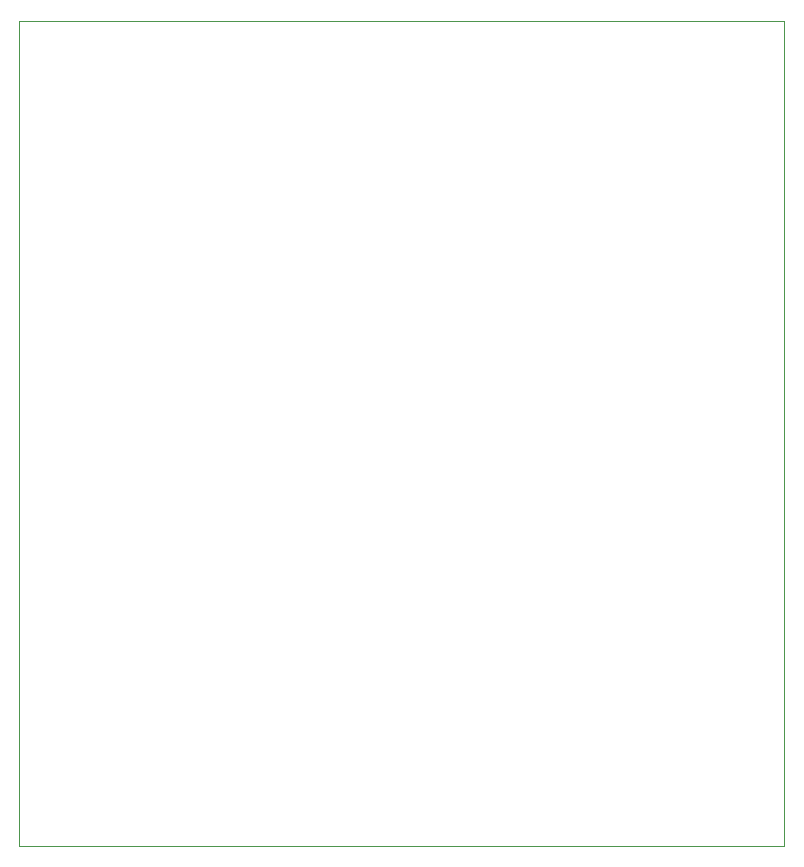
<source format=gbr>
%TF.GenerationSoftware,KiCad,Pcbnew,9.0.2-9.0.2-0~ubuntu24.04.1*%
%TF.CreationDate,2025-05-10T13:12:50-04:00*%
%TF.ProjectId,lt3014-test,6c743330-3134-42d7-9465-73742e6b6963,rev?*%
%TF.SameCoordinates,Original*%
%TF.FileFunction,Profile,NP*%
%FSLAX46Y46*%
G04 Gerber Fmt 4.6, Leading zero omitted, Abs format (unit mm)*
G04 Created by KiCad (PCBNEW 9.0.2-9.0.2-0~ubuntu24.04.1) date 2025-05-10 13:12:50*
%MOMM*%
%LPD*%
G01*
G04 APERTURE LIST*
%TA.AperFunction,Profile*%
%ADD10C,0.050000*%
%TD*%
G04 APERTURE END LIST*
D10*
X82550000Y-43180000D02*
X147320000Y-43180000D01*
X82550000Y-113030000D02*
X82550000Y-43180000D01*
X147320000Y-113030000D02*
X82550000Y-113030000D01*
X147320000Y-43180000D02*
X147320000Y-113030000D01*
M02*

</source>
